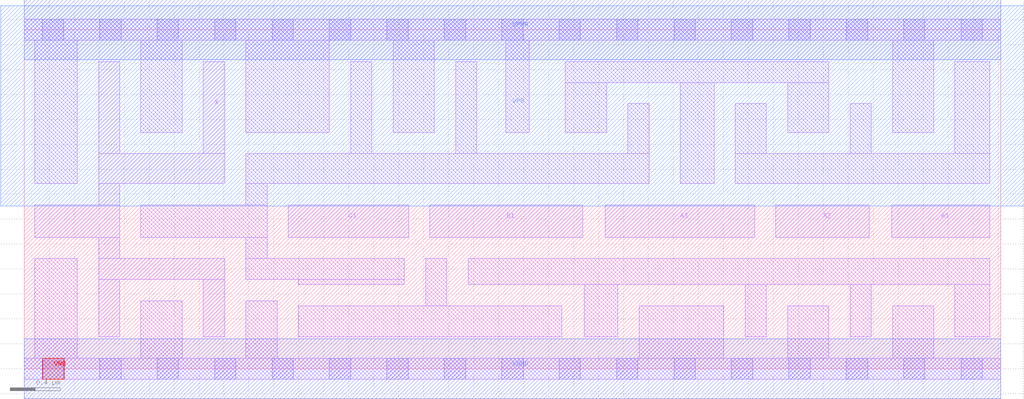
<source format=lef>
# Copyright 2020 The SkyWater PDK Authors
#
# Licensed under the Apache License, Version 2.0 (the "License");
# you may not use this file except in compliance with the License.
# You may obtain a copy of the License at
#
#     https://www.apache.org/licenses/LICENSE-2.0
#
# Unless required by applicable law or agreed to in writing, software
# distributed under the License is distributed on an "AS IS" BASIS,
# WITHOUT WARRANTIES OR CONDITIONS OF ANY KIND, either express or implied.
# See the License for the specific language governing permissions and
# limitations under the License.
#
# SPDX-License-Identifier: Apache-2.0

VERSION 5.7 ;
  NOWIREEXTENSIONATPIN ON ;
  DIVIDERCHAR "/" ;
  BUSBITCHARS "[]" ;
MACRO sky130_fd_sc_hd__o311a_4
  CLASS CORE ;
  FOREIGN sky130_fd_sc_hd__o311a_4 ;
  ORIGIN  0.000000  0.000000 ;
  SIZE  7.820000 BY  2.720000 ;
  SYMMETRY X Y R90 ;
  SITE unithd ;
  PIN A1
    ANTENNAGATEAREA  0.495000 ;
    DIRECTION INPUT ;
    USE SIGNAL ;
    PORT
      LAYER li1 ;
        RECT 6.950000 1.055000 7.735000 1.315000 ;
    END
  END A1
  PIN A2
    ANTENNAGATEAREA  0.495000 ;
    DIRECTION INPUT ;
    USE SIGNAL ;
    PORT
      LAYER li1 ;
        RECT 6.020000 1.055000 6.770000 1.315000 ;
    END
  END A2
  PIN A3
    ANTENNAGATEAREA  0.495000 ;
    DIRECTION INPUT ;
    USE SIGNAL ;
    PORT
      LAYER li1 ;
        RECT 4.655000 1.055000 5.850000 1.315000 ;
    END
  END A3
  PIN B1
    ANTENNAGATEAREA  0.495000 ;
    DIRECTION INPUT ;
    USE SIGNAL ;
    PORT
      LAYER li1 ;
        RECT 3.250000 1.055000 4.475000 1.315000 ;
    END
  END B1
  PIN C1
    ANTENNAGATEAREA  0.495000 ;
    DIRECTION INPUT ;
    USE SIGNAL ;
    PORT
      LAYER li1 ;
        RECT 2.115000 1.055000 3.080000 1.315000 ;
    END
  END C1
  PIN VNB
    PORT
      LAYER pwell ;
        RECT 0.150000 -0.085000 0.320000 0.085000 ;
    END
  END VNB
  PIN VPB
    PORT
      LAYER nwell ;
        RECT -0.190000 1.305000 8.010000 2.910000 ;
    END
  END VPB
  PIN X
    ANTENNADIFFAREA  0.891000 ;
    DIRECTION OUTPUT ;
    USE SIGNAL ;
    PORT
      LAYER li1 ;
        RECT 0.085000 1.055000 0.765000 1.315000 ;
        RECT 0.595000 0.255000 0.765000 0.715000 ;
        RECT 0.595000 0.715000 1.605000 0.885000 ;
        RECT 0.595000 0.885000 0.765000 1.055000 ;
        RECT 0.595000 1.315000 0.765000 1.485000 ;
        RECT 0.595000 1.485000 1.605000 1.725000 ;
        RECT 0.595000 1.725000 0.765000 2.465000 ;
        RECT 1.435000 0.255000 1.605000 0.715000 ;
        RECT 1.435000 1.725000 1.605000 2.465000 ;
    END
  END X
  PIN VGND
    DIRECTION INOUT ;
    SHAPE ABUTMENT ;
    USE GROUND ;
    PORT
      LAYER met1 ;
        RECT 0.000000 -0.240000 7.820000 0.240000 ;
    END
  END VGND
  PIN VPWR
    DIRECTION INOUT ;
    SHAPE ABUTMENT ;
    USE POWER ;
    PORT
      LAYER met1 ;
        RECT 0.000000 2.480000 7.820000 2.960000 ;
    END
  END VPWR
  OBS
    LAYER li1 ;
      RECT 0.000000 -0.085000 7.820000 0.085000 ;
      RECT 0.000000  2.635000 7.820000 2.805000 ;
      RECT 0.085000  0.085000 0.425000 0.885000 ;
      RECT 0.085000  1.485000 0.425000 2.635000 ;
      RECT 0.935000  0.085000 1.265000 0.545000 ;
      RECT 0.935000  1.055000 1.945000 1.315000 ;
      RECT 0.935000  1.895000 1.265000 2.635000 ;
      RECT 1.775000  0.085000 2.025000 0.545000 ;
      RECT 1.775000  0.715000 3.045000 0.885000 ;
      RECT 1.775000  0.885000 1.945000 1.055000 ;
      RECT 1.775000  1.315000 1.945000 1.485000 ;
      RECT 1.775000  1.485000 5.005000 1.725000 ;
      RECT 1.775000  1.895000 2.445000 2.635000 ;
      RECT 2.195000  0.255000 4.305000 0.505000 ;
      RECT 2.195000  0.675000 3.045000 0.715000 ;
      RECT 2.615000  1.725000 2.785000 2.465000 ;
      RECT 2.955000  1.895000 3.285000 2.635000 ;
      RECT 3.215000  0.505000 3.385000 0.885000 ;
      RECT 3.455000  1.725000 3.625000 2.465000 ;
      RECT 3.555000  0.675000 7.735000 0.885000 ;
      RECT 3.855000  1.895000 4.045000 2.635000 ;
      RECT 4.335000  1.895000 4.665000 2.295000 ;
      RECT 4.335000  2.295000 6.445000 2.465000 ;
      RECT 4.485000  0.255000 4.755000 0.675000 ;
      RECT 4.835000  1.725000 5.005000 2.125000 ;
      RECT 4.925000  0.085000 5.605000 0.505000 ;
      RECT 5.255000  1.485000 5.525000 2.295000 ;
      RECT 5.695000  1.485000 7.735000 1.725000 ;
      RECT 5.695000  1.725000 5.945000 2.125000 ;
      RECT 5.775000  0.255000 5.945000 0.675000 ;
      RECT 6.115000  0.085000 6.445000 0.505000 ;
      RECT 6.115000  1.895000 6.445000 2.295000 ;
      RECT 6.615000  0.255000 6.785000 0.675000 ;
      RECT 6.615000  1.725000 6.785000 2.125000 ;
      RECT 6.955000  0.085000 7.285000 0.505000 ;
      RECT 6.955000  1.895000 7.285000 2.635000 ;
      RECT 7.455000  0.255000 7.735000 0.675000 ;
      RECT 7.455000  1.725000 7.735000 2.465000 ;
    LAYER mcon ;
      RECT 0.145000 -0.085000 0.315000 0.085000 ;
      RECT 0.145000  2.635000 0.315000 2.805000 ;
      RECT 0.605000 -0.085000 0.775000 0.085000 ;
      RECT 0.605000  2.635000 0.775000 2.805000 ;
      RECT 1.065000 -0.085000 1.235000 0.085000 ;
      RECT 1.065000  2.635000 1.235000 2.805000 ;
      RECT 1.525000 -0.085000 1.695000 0.085000 ;
      RECT 1.525000  2.635000 1.695000 2.805000 ;
      RECT 1.985000 -0.085000 2.155000 0.085000 ;
      RECT 1.985000  2.635000 2.155000 2.805000 ;
      RECT 2.445000 -0.085000 2.615000 0.085000 ;
      RECT 2.445000  2.635000 2.615000 2.805000 ;
      RECT 2.905000 -0.085000 3.075000 0.085000 ;
      RECT 2.905000  2.635000 3.075000 2.805000 ;
      RECT 3.365000 -0.085000 3.535000 0.085000 ;
      RECT 3.365000  2.635000 3.535000 2.805000 ;
      RECT 3.825000 -0.085000 3.995000 0.085000 ;
      RECT 3.825000  2.635000 3.995000 2.805000 ;
      RECT 4.285000 -0.085000 4.455000 0.085000 ;
      RECT 4.285000  2.635000 4.455000 2.805000 ;
      RECT 4.745000 -0.085000 4.915000 0.085000 ;
      RECT 4.745000  2.635000 4.915000 2.805000 ;
      RECT 5.205000 -0.085000 5.375000 0.085000 ;
      RECT 5.205000  2.635000 5.375000 2.805000 ;
      RECT 5.665000 -0.085000 5.835000 0.085000 ;
      RECT 5.665000  2.635000 5.835000 2.805000 ;
      RECT 6.125000 -0.085000 6.295000 0.085000 ;
      RECT 6.125000  2.635000 6.295000 2.805000 ;
      RECT 6.585000 -0.085000 6.755000 0.085000 ;
      RECT 6.585000  2.635000 6.755000 2.805000 ;
      RECT 7.045000 -0.085000 7.215000 0.085000 ;
      RECT 7.045000  2.635000 7.215000 2.805000 ;
      RECT 7.505000 -0.085000 7.675000 0.085000 ;
      RECT 7.505000  2.635000 7.675000 2.805000 ;
  END
END sky130_fd_sc_hd__o311a_4
END LIBRARY

</source>
